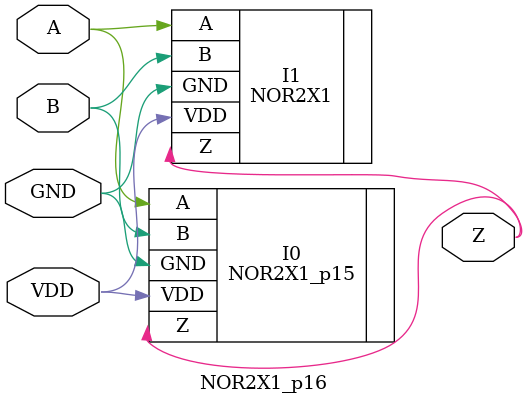
<source format=v>

module NOR2X1_p16 (
A,B,VDD,GND,Z );
input  A;
input  B;
input  VDD;
input  GND;
output  Z;
wire VDD;
wire Z;
wire A;
wire GND;
wire B;

NOR2X1_p15    
 I0  ( .VDD( VDD ), .Z( Z ), .A( A ), .B( B ), .GND( GND ) );

NOR2X1    
 I1  ( .VDD( VDD ), .Z( Z ), .A( A ), .B( B ), .GND( GND ) );

endmodule


</source>
